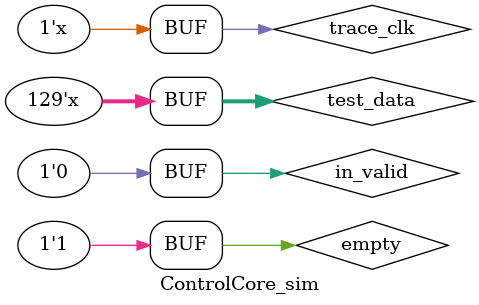
<source format=v>
`timescale 1ns / 1ps


module ControlCore_sim;

    reg trace_clk;
    reg in_valid;
    reg[128:0] test_data;
    reg empty;
    parameter CYCLE = 1;
    always # (CYCLE) trace_clk=~trace_clk;
    ControlCore CC_i(
        .clk(trace_clk),
        .Core_i_data(test_data),
        .in_valid(in_valid),
        .fifo_empty(empty)
    );
    
initial begin
    trace_clk = 1;
    empty = 1'b1;
    in_valid = 1'b0;
    test_data = 'hX;
    #4
    in_valid = 1'b1;
    test_data = 'h9d00_0101_8000_0000_0000_0000_0000_0000;
    #2
    in_valid = 1'b0;
    test_data = 'hX;
    #40
    in_valid = 1'b1;
    test_data = 'hffff_8000_10e8_4f68_9d00_0101_8000_0000;
    #2
    in_valid = 1'b0;
    test_data = 'hX;
end
endmodule

</source>
